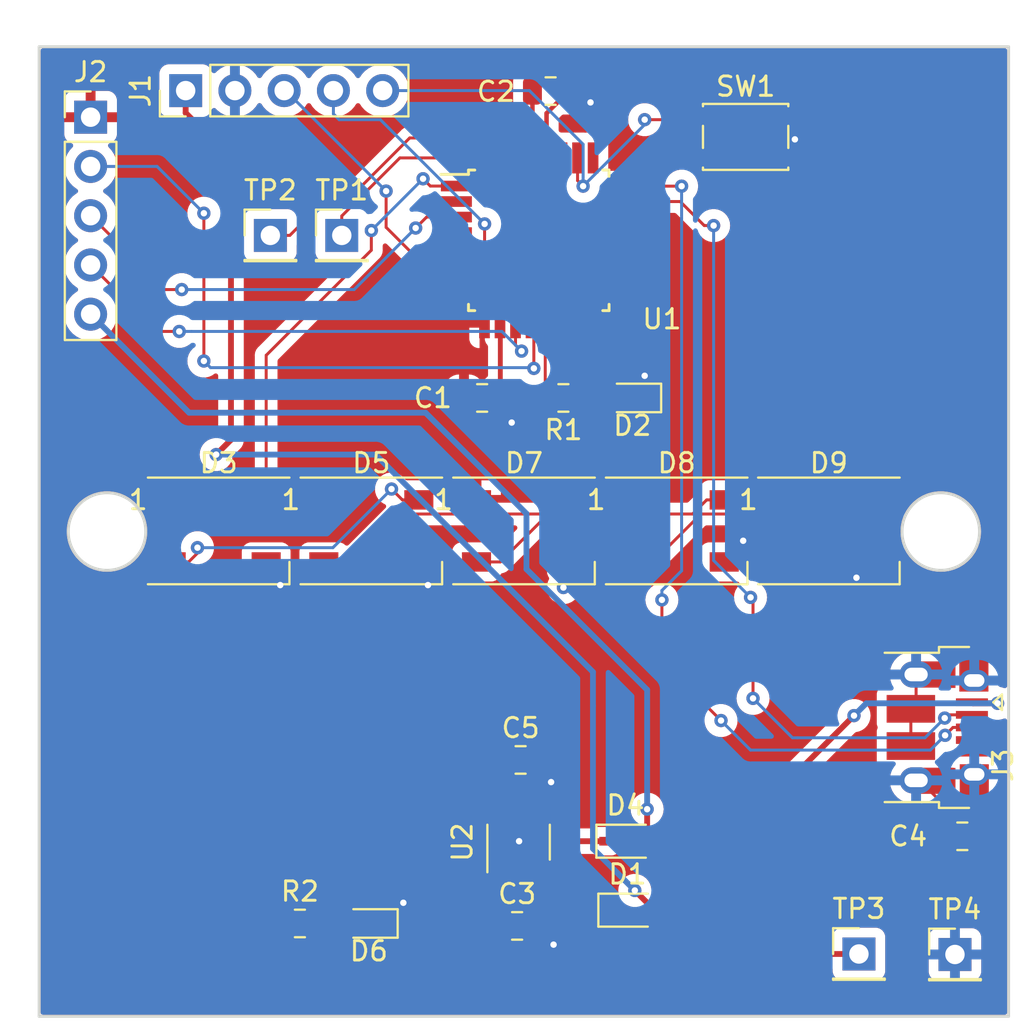
<source format=kicad_pcb>
(kicad_pcb (version 20221018) (generator pcbnew)
  (layers (0 "F.Cu" signal) (31 "B.Cu" signal) (34 "B.Paste" user) (35 "F.Paste" user) (36 "B.SilkS" user "B.Silkscreen") (37 "F.SilkS" user "F.Silkscreen") (38 "B.Mask" user) (39 "F.Mask" user) (44 "Edge.Cuts" user))
  (net 0 "")
  (net 1 "+3V3")
  (net 2 "GND")
  (net 3 "Net-(C2-Pad1)")
  (net 4 "Net-(C3-Pad1)")
  (net 5 "VBAT")
  (net 6 "Net-(D2-Pad2)")
  (net 7 "/LED")
  (net 8 "Net-(D3-Pad2)")
  (net 9 "VBUS")
  (net 10 "Net-(D5-Pad2)")
  (net 11 "Net-(D6-Pad2)")
  (net 12 "Net-(D7-Pad2)")
  (net 13 "Net-(D8-Pad2)")
  (net 14 "Net-(D9-Pad2)")
  (net 15 "/D4_A2_PAU06_TXD_MOSI")
  (net 16 "/D3_A3_PAU07_RXD_SCK")
  (net 17 "/~{RESET}")
  (net 18 "/D0_A4_PAU08_SDA")
  (net 19 "/D1_A0_PAU02")
  (net 20 "/D2_A1_PAU09_SCL_MISO")
  (net 21 "/D-")
  (net 22 "/D+")
  (net 23 "Net-(J3-Pad4)")
  (net 24 "Net-(R1-Pad2)")
  (net 25 "Net-(TP1-Pad1)")
  (net 26 "Net-(TP2-Pad1)")
  (net 27 "Net-(U1-Pad2)")
  (net 28 "Net-(U1-Pad4)")
  (net 29 "Net-(U1-Pad5)")
  (net 30 "Net-(U1-Pad6)")
  (net 31 "Net-(U1-Pad14)")
  (net 32 "Net-(U1-Pad15)")
  (net 33 "Net-(U1-Pad16)")
  (net 34 "Net-(U1-Pad17)")
  (net 35 "Net-(U1-Pad18)")
  (net 36 "Net-(U1-Pad19)")
  (net 37 "Net-(U1-Pad20)")
  (net 38 "Net-(U1-Pad21)")
  (net 39 "Net-(U1-Pad22)")
  (net 40 "Net-(U1-Pad25)")
  (net 41 "Net-(U1-Pad27)")
  (net 42 "Net-(U2-Pad4)")
  (footprint "Capacitor_SMD:C_0805_2012Metric" (layer "F.Cu") (at 172.847 118.11)
    (fp_text reference "C1" (at -2.54 0) (layer "F.SilkS"))
    (fp_text value "1uF")
    (fp_line (start -0.258578 -0.71) (end 0.258578 -0.71) (stroke (width 0.12)) (layer "F.SilkS"))
    (fp_line (start -0.258578 0.71) (end 0.258578 0.71) (stroke (width 0.12)) (layer "F.SilkS"))
    (pad "1" smd roundrect (at -0.9375 0) (size 0.975 1.4) (layers "F.Cu" "F.Paste" "F.Mask") (net 1 "+3V3"))
    (pad "2" smd roundrect (at 0.9375 0) (size 0.975 1.4) (layers "F.Cu" "F.Paste" "F.Mask") (net 2 "GND"))
  )
  (footprint "Capacitor_SMD:C_0805_2012Metric" (layer "F.Cu") (at 176.3776 102.2858)
    (fp_text reference "C2" (at -2.8194 0.0254) (layer "F.SilkS"))
    (fp_text value "1uF")
    (fp_line (start -0.258578 -0.71) (end 0.258578 -0.71) (stroke (width 0.12)) (layer "F.SilkS"))
    (fp_line (start -0.258578 0.71) (end 0.258578 0.71) (stroke (width 0.12)) (layer "F.SilkS"))
    (pad "1" smd roundrect (at -0.9375 0) (size 0.975 1.4) (layers "F.Cu" "F.Paste" "F.Mask") (net 3 "Net-(C2-Pad1)"))
    (pad "2" smd roundrect (at 0.9375 0) (size 0.975 1.4) (layers "F.Cu" "F.Paste" "F.Mask") (net 2 "GND"))
  )
  (footprint "Capacitor_SMD:C_0805_2012Metric" (layer "F.Cu") (at 174.6504 145.3388)
    (fp_text reference "C3" (at 0 -1.65) (layer "F.SilkS"))
    (fp_text value "10uF")
    (fp_line (start -0.258578 -0.71) (end 0.258578 -0.71) (stroke (width 0.12)) (layer "F.SilkS"))
    (fp_line (start -0.258578 0.71) (end 0.258578 0.71) (stroke (width 0.12)) (layer "F.SilkS"))
    (pad "1" smd roundrect (at -0.9375 0) (size 0.975 1.4) (layers "F.Cu" "F.Paste" "F.Mask") (net 4 "Net-(C3-Pad1)"))
    (pad "2" smd roundrect (at 0.9375 0) (size 0.975 1.4) (layers "F.Cu" "F.Paste" "F.Mask") (net 2 "GND"))
  )
  (footprint "Capacitor_SMD:C_0805_2012Metric" (layer "F.Cu") (at 197.612 140.716)
    (fp_text reference "C4" (at -2.794 0) (layer "F.SilkS"))
    (fp_text value "1nF")
    (fp_line (start -0.258578 -0.71) (end 0.258578 -0.71) (stroke (width 0.12)) (layer "F.SilkS"))
    (fp_line (start -0.258578 0.71) (end 0.258578 0.71) (stroke (width 0.12)) (layer "F.SilkS"))
    (pad "1" smd roundrect (at -0.9375 0) (size 0.975 1.4) (layers "F.Cu" "F.Paste" "F.Mask") (net 2 "GND"))
    (pad "2" smd roundrect (at 0.9375 0) (size 0.975 1.4) (layers "F.Cu" "F.Paste" "F.Mask") (net 2 "GND"))
  )
  (footprint "Diode_SMD:D_SOD-323" (layer "F.Cu") (at 180.34 144.526)
    (fp_text reference "D1" (at 0 -1.85) (layer "F.SilkS"))
    (fp_text value "D_Schottky")
    (fp_line (start -1.5 -0.85) (end -1.5 0.85) (stroke (width 0.12)) (layer "F.SilkS"))
    (fp_line (start -1.5 -0.85) (end 1.05 -0.85) (stroke (width 0.12)) (layer "F.SilkS"))
    (fp_line (start -1.5 0.85) (end 1.05 0.85) (stroke (width 0.12)) (layer "F.SilkS"))
    (pad "1" smd rect (at -1.05 0) (size 0.6 0.45) (layers "F.Cu" "F.Paste" "F.Mask") (net 4 "Net-(C3-Pad1)"))
    (pad "2" smd rect (at 1.05 0) (size 0.6 0.45) (layers "F.Cu" "F.Paste" "F.Mask") (net 5 "VBAT"))
  )
  (footprint "LED_SMD:LED_0603_1608Metric" (layer "F.Cu") (at 180.594 118.11 180)
    (fp_text reference "D2" (at 0 -1.43 180) (layer "F.SilkS"))
    (fp_text value "RED")
    (fp_line (start -1.485 -0.735) (end -1.485 0.735) (stroke (width 0.12)) (layer "F.SilkS"))
    (fp_line (start -1.485 0.735) (end 0.8 0.735) (stroke (width 0.12)) (layer "F.SilkS"))
    (fp_line (start 0.8 -0.735) (end -1.485 -0.735) (stroke (width 0.12)) (layer "F.SilkS"))
    (pad "1" smd roundrect (at -0.7875 0 180) (size 0.875 0.95) (layers "F.Cu" "F.Paste" "F.Mask") (net 2 "GND"))
    (pad "2" smd roundrect (at 0.7875 0 180) (size 0.875 0.95) (layers "F.Cu" "F.Paste" "F.Mask") (net 6 "Net-(D2-Pad2)"))
  )
  (footprint "LED_SMD:LED_WS2812B_PLCC4_5.0x5.0mm_P3.2mm" (layer "F.Cu") (at 159.258 124.968)
    (fp_text reference "D3" (at 0 -3.5) (layer "F.SilkS"))
    (fp_text value "WS2812B")
    (fp_text user "1" (at -4.15 -1.6) (layer "F.SilkS"))
    (fp_line (start -3.65 -2.75) (end 3.65 -2.75) (stroke (width 0.12)) (layer "F.SilkS"))
    (fp_line (start -3.65 2.75) (end 3.65 2.75) (stroke (width 0.12)) (layer "F.SilkS"))
    (fp_line (start 3.65 2.75) (end 3.65 1.6) (stroke (width 0.12)) (layer "F.SilkS"))
    (pad "1" smd rect (at -2.45 -1.6) (size 1.5 1) (layers "F.Cu" "F.Paste" "F.Mask") (net 1 "+3V3"))
    (pad "2" smd rect (at -2.45 1.6) (size 1.5 1) (layers "F.Cu" "F.Paste" "F.Mask") (net 8 "Net-(D3-Pad2)"))
    (pad "3" smd rect (at 2.45 1.6) (size 1.5 1) (layers "F.Cu" "F.Paste" "F.Mask") (net 2 "GND"))
    (pad "4" smd rect (at 2.45 -1.6) (size 1.5 1) (layers "F.Cu" "F.Paste" "F.Mask") (net 7 "/LED"))
  )
  (footprint "Diode_SMD:D_SOD-323" (layer "F.Cu") (at 180.2384 140.97)
    (fp_text reference "D4" (at 0 -1.85) (layer "F.SilkS"))
    (fp_text value "D_Schottky")
    (fp_line (start -1.5 -0.85) (end -1.5 0.85) (stroke (width 0.12)) (layer "F.SilkS"))
    (fp_line (start -1.5 -0.85) (end 1.05 -0.85) (stroke (width 0.12)) (layer "F.SilkS"))
    (fp_line (start -1.5 0.85) (end 1.05 0.85) (stroke (width 0.12)) (layer "F.SilkS"))
    (pad "1" smd rect (at -1.05 0) (size 0.6 0.45) (layers "F.Cu" "F.Paste" "F.Mask") (net 4 "Net-(C3-Pad1)"))
    (pad "2" smd rect (at 1.05 0) (size 0.6 0.45) (layers "F.Cu" "F.Paste" "F.Mask") (net 9 "VBUS"))
  )
  (footprint "LED_SMD:LED_WS2812B_PLCC4_5.0x5.0mm_P3.2mm" (layer "F.Cu") (at 167.132 124.968)
    (fp_text reference "D5" (at 0 -3.5) (layer "F.SilkS"))
    (fp_text value "WS2812B")
    (fp_text user "1" (at -4.15 -1.6) (layer "F.SilkS"))
    (fp_line (start -3.65 -2.75) (end 3.65 -2.75) (stroke (width 0.12)) (layer "F.SilkS"))
    (fp_line (start -3.65 2.75) (end 3.65 2.75) (stroke (width 0.12)) (layer "F.SilkS"))
    (fp_line (start 3.65 2.75) (end 3.65 1.6) (stroke (width 0.12)) (layer "F.SilkS"))
    (pad "1" smd rect (at -2.45 -1.6) (size 1.5 1) (layers "F.Cu" "F.Paste" "F.Mask") (net 1 "+3V3"))
    (pad "2" smd rect (at -2.45 1.6) (size 1.5 1) (layers "F.Cu" "F.Paste" "F.Mask") (net 10 "Net-(D5-Pad2)"))
    (pad "3" smd rect (at 2.45 1.6) (size 1.5 1) (layers "F.Cu" "F.Paste" "F.Mask") (net 2 "GND"))
    (pad "4" smd rect (at 2.45 -1.6) (size 1.5 1) (layers "F.Cu" "F.Paste" "F.Mask") (net 8 "Net-(D3-Pad2)"))
  )
  (footprint "LED_SMD:LED_0603_1608Metric" (layer "F.Cu") (at 167.005 145.2118 180)
    (fp_text reference "D6" (at 0 -1.43 180) (layer "F.SilkS"))
    (fp_text value "GREEN")
    (fp_line (start -1.485 -0.735) (end -1.485 0.735) (stroke (width 0.12)) (layer "F.SilkS"))
    (fp_line (start -1.485 0.735) (end 0.8 0.735) (stroke (width 0.12)) (layer "F.SilkS"))
    (fp_line (start 0.8 -0.735) (end -1.485 -0.735) (stroke (width 0.12)) (layer "F.SilkS"))
    (pad "1" smd roundrect (at -0.7875 0 180) (size 0.875 0.95) (layers "F.Cu" "F.Paste" "F.Mask") (net 2 "GND"))
    (pad "2" smd roundrect (at 0.7875 0 180) (size 0.875 0.95) (layers "F.Cu" "F.Paste" "F.Mask") (net 11 "Net-(D6-Pad2)"))
  )
  (footprint "LED_SMD:LED_WS2812B_PLCC4_5.0x5.0mm_P3.2mm" (layer "F.Cu") (at 175.006 124.968)
    (fp_text reference "D7" (at 0 -3.5) (layer "F.SilkS"))
    (fp_text value "WS2812B")
    (fp_text user "1" (at -4.15 -1.6) (layer "F.SilkS"))
    (fp_line (start -3.65 -2.75) (end 3.65 -2.75) (stroke (width 0.12)) (layer "F.SilkS"))
    (fp_line (start -3.65 2.75) (end 3.65 2.75) (stroke (width 0.12)) (layer "F.SilkS"))
    (fp_line (start 3.65 2.75) (end 3.65 1.6) (stroke (width 0.12)) (layer "F.SilkS"))
    (pad "1" smd rect (at -2.45 -1.6) (size 1.5 1) (layers "F.Cu" "F.Paste" "F.Mask") (net 1 "+3V3"))
    (pad "2" smd rect (at -2.45 1.6) (size 1.5 1) (layers "F.Cu" "F.Paste" "F.Mask") (net 12 "Net-(D7-Pad2)"))
    (pad "3" smd rect (at 2.45 1.6) (size 1.5 1) (layers "F.Cu" "F.Paste" "F.Mask") (net 2 "GND"))
    (pad "4" smd rect (at 2.45 -1.6) (size 1.5 1) (layers "F.Cu" "F.Paste" "F.Mask") (net 10 "Net-(D5-Pad2)"))
  )
  (footprint "LED_SMD:LED_WS2812B_PLCC4_5.0x5.0mm_P3.2mm" (layer "F.Cu") (at 182.88 124.968)
    (fp_text reference "D8" (at 0 -3.5) (layer "F.SilkS"))
    (fp_text value "WS2812B")
    (fp_text user "1" (at -4.15 -1.6) (layer "F.SilkS"))
    (fp_line (start -3.65 -2.75) (end 3.65 -2.75) (stroke (width 0.12)) (layer "F.SilkS"))
    (fp_line (start -3.65 2.75) (end 3.65 2.75) (stroke (width 0.12)) (layer "F.SilkS"))
    (fp_line (start 3.65 2.75) (end 3.65 1.6) (stroke (width 0.12)) (layer "F.SilkS"))
    (pad "1" smd rect (at -2.45 -1.6) (size 1.5 1) (layers "F.Cu" "F.Paste" "F.Mask") (net 1 "+3V3"))
    (pad "2" smd rect (at -2.45 1.6) (size 1.5 1) (layers "F.Cu" "F.Paste" "F.Mask") (net 13 "Net-(D8-Pad2)"))
    (pad "3" smd rect (at 2.45 1.6) (size 1.5 1) (layers "F.Cu" "F.Paste" "F.Mask") (net 2 "GND"))
    (pad "4" smd rect (at 2.45 -1.6) (size 1.5 1) (layers "F.Cu" "F.Paste" "F.Mask") (net 12 "Net-(D7-Pad2)"))
  )
  (footprint "LED_SMD:LED_WS2812B_PLCC4_5.0x5.0mm_P3.2mm" (layer "F.Cu") (at 190.7286 124.968)
    (fp_text reference "D9" (at 0 -3.5) (layer "F.SilkS"))
    (fp_text value "WS2812B")
    (fp_text user "1" (at -4.15 -1.6) (layer "F.SilkS"))
    (fp_line (start -3.65 -2.75) (end 3.65 -2.75) (stroke (width 0.12)) (layer "F.SilkS"))
    (fp_line (start -3.65 2.75) (end 3.65 2.75) (stroke (width 0.12)) (layer "F.SilkS"))
    (fp_line (start 3.65 2.75) (end 3.65 1.6) (stroke (width 0.12)) (layer "F.SilkS"))
    (pad "1" smd rect (at -2.45 -1.6) (size 1.5 1) (layers "F.Cu" "F.Paste" "F.Mask") (net 1 "+3V3"))
    (pad "2" smd rect (at -2.45 1.6) (size 1.5 1) (layers "F.Cu" "F.Paste" "F.Mask") (net 14 "Net-(D9-Pad2)"))
    (pad "3" smd rect (at 2.45 1.6) (size 1.5 1) (layers "F.Cu" "F.Paste" "F.Mask") (net 2 "GND"))
    (pad "4" smd rect (at 2.45 -1.6) (size 1.5 1) (layers "F.Cu" "F.Paste" "F.Mask") (net 13 "Net-(D8-Pad2)"))
  )
  (footprint "Connector_PinHeader_2.54mm:PinHeader_1x05_P2.54mm_Vertical" (layer "F.Cu") (at 157.5562 102.2604 90)
    (fp_text reference "J1" (at 0 -2.33 90) (layer "F.SilkS"))
    (fp_text value "Conn_01x05")
    (fp_line (start -1.33 -1.33) (end 0 -1.33) (stroke (width 0.12)) (layer "F.SilkS"))
    (fp_line (start -1.33 0) (end -1.33 -1.33) (stroke (width 0.12)) (layer "F.SilkS"))
    (fp_line (start -1.33 1.27) (end -1.33 11.49) (stroke (width 0.12)) (layer "F.SilkS"))
    (fp_line (start -1.33 1.27) (end 1.33 1.27) (stroke (width 0.12)) (layer "F.SilkS"))
    (fp_line (start -1.33 11.49) (end 1.33 11.49) (stroke (width 0.12)) (layer "F.SilkS"))
    (fp_line (start 1.33 1.27) (end 1.33 11.49) (stroke (width 0.12)) (layer "F.SilkS"))
    (pad "1" thru_hole rect (at 0 0 90) (size 1.7 1.7) (drill 1) (layers "*.Cu" "*.Mask") (net 5 "VBAT"))
    (pad "2" thru_hole oval (at 0 2.54 90) (size 1.7 1.7) (drill 1) (layers "*.Cu" "*.Mask") (net 2 "GND"))
    (pad "3" thru_hole oval (at 0 5.08 90) (size 1.7 1.7) (drill 1) (layers "*.Cu" "*.Mask") (net 15 "/D4_A2_PAU06_TXD_MOSI"))
    (pad "4" thru_hole oval (at 0 7.62 90) (size 1.7 1.7) (drill 1) (layers "*.Cu" "*.Mask") (net 16 "/D3_A3_PAU07_RXD_SCK"))
    (pad "5" thru_hole oval (at 0 10.16 90) (size 1.7 1.7) (drill 1) (layers "*.Cu" "*.Mask") (net 17 "/~{RESET}"))
  )
  (footprint "Connector_PinHeader_2.54mm:PinHeader_1x05_P2.54mm_Vertical" (layer "F.Cu") (at 152.654 103.632)
    (fp_text reference "J2" (at 0 -2.33) (layer "F.SilkS"))
    (fp_text value "Conn_01x05")
    (fp_line (start -1.33 -1.33) (end 0 -1.33) (stroke (width 0.12)) (layer "F.SilkS"))
    (fp_line (start -1.33 0) (end -1.33 -1.33) (stroke (width 0.12)) (layer "F.SilkS"))
    (fp_line (start -1.33 1.27) (end -1.33 11.49) (stroke (width 0.12)) (layer "F.SilkS"))
    (fp_line (start -1.33 1.27) (end 1.33 1.27) (stroke (width 0.12)) (layer "F.SilkS"))
    (fp_line (start -1.33 11.49) (end 1.33 11.49) (stroke (width 0.12)) (layer "F.SilkS"))
    (fp_line (start 1.33 1.27) (end 1.33 11.49) (stroke (width 0.12)) (layer "F.SilkS"))
    (pad "1" thru_hole rect (at 0 0) (size 1.7 1.7) (drill 1) (layers "*.Cu" "*.Mask") (net 1 "+3V3"))
    (pad "2" thru_hole oval (at 0 2.54) (size 1.7 1.7) (drill 1) (layers "*.Cu" "*.Mask") (net 20 "/D2_A1_PAU09_SCL_MISO"))
    (pad "3" thru_hole oval (at 0 5.08) (size 1.7 1.7) (drill 1) (layers "*.Cu" "*.Mask") (net 19 "/D1_A0_PAU02"))
    (pad "4" thru_hole oval (at 0 7.62) (size 1.7 1.7) (drill 1) (layers "*.Cu" "*.Mask") (net 18 "/D0_A4_PAU08_SDA"))
    (pad "5" thru_hole oval (at 0 10.16) (size 1.7 1.7) (drill 1) (layers "*.Cu" "*.Mask") (net 9 "VBUS"))
  )
  (footprint "Connector_USB:USB_Micro-B_Amphenol_10103594-0001LF_Horizontal" (layer "F.Cu") (at 196.342 135.128 -90)
    (fp_text reference "J3" (at 1.925 -3.365 270) (layer "F.SilkS"))
    (fp_text value "USB_B_Micro")
    (fp_line (start -4.175 -0.065) (end -4.175 -1.615) (stroke (width 0.12)) (layer "F.SilkS"))
    (fp_line (start -4.175 -0.065) (end -3.875 -0.065) (stroke (width 0.12)) (layer "F.SilkS"))
    (fp_line (start -3.875 2.735) (end -3.875 -0.065) (stroke (width 0.12)) (layer "F.SilkS"))
    (fp_line (start -1.725 -3.315) (end -0.925 -3.315) (stroke (width 0.12)) (layer "F.SilkS"))
    (fp_line (start -1.325 -2.865) (end -1.725 -3.315) (stroke (width 0.12)) (layer "F.SilkS"))
    (fp_line (start -0.925 -3.315) (end -1.325 -2.865) (stroke (width 0.12)) (layer "F.SilkS"))
    (fp_line (start 3.825 -0.065) (end 4.125 -0.065) (stroke (width 0.12)) (layer "F.SilkS"))
    (fp_line (start 3.825 2.735) (end 3.825 -0.065) (stroke (width 0.12)) (layer "F.SilkS"))
    (fp_line (start 4.125 -0.065) (end 4.125 -1.615) (stroke (width 0.12)) (layer "F.SilkS"))
    (pad "1" smd rect (at -1.325 -1.765) (size 1.65 0.4) (layers "F.Cu" "F.Paste" "F.Mask") (net 9 "VBUS"))
    (pad "2" smd rect (at -0.675 -1.765) (size 1.65 0.4) (layers "F.Cu" "F.Paste" "F.Mask") (net 21 "/D-"))
    (pad "3" smd rect (at -0.025 -1.765) (size 1.65 0.4) (layers "F.Cu" "F.Paste" "F.Mask") (net 22 "/D+"))
    (pad "4" smd rect (at 0.625 -1.765) (size 1.65 0.4) (layers "F.Cu" "F.Paste" "F.Mask") (net 23 "Net-(J3-Pad4)"))
    (pad "5" smd rect (at 1.275 -1.765) (size 1.65 0.4) (layers "F.Cu" "F.Paste" "F.Mask") (net 2 "GND"))
    (pad "6" smd rect (at -2.975 -0.565 270) (size 1.825 0.7) (layers "F.Cu" "F.Paste" "F.Mask") (net 2 "GND"))
    (pad "6" smd rect (at -2.875 -1.865 270) (size 2 1.5) (layers "F.Cu" "F.Paste" "F.Mask") (net 2 "GND"))
    (pad "6" smd rect (at -2.755 0.185 270) (size 1.35 2) (layers "F.Cu" "F.Paste" "F.Mask") (net 2 "GND"))
    (pad "6" thru_hole oval (at -2.755 1.115) (size 1.7 1.35) (drill oval 1.2 0.7) (layers "*.Cu" "*.Mask") (net 2 "GND"))
    (pad "6" thru_hole oval (at -2.445 -1.885) (size 1.5 1.1) (drill oval 1.05 0.65) (layers "*.Cu" "*.Mask") (net 2 "GND"))
    (pad "6" smd rect (at -0.985 1.385) (size 2.5 1.43) (layers "F.Cu" "F.Paste" "F.Mask") (net 2 "GND"))
    (pad "6" smd rect (at 0.935 1.385) (size 2.5 1.43) (layers "F.Cu" "F.Paste" "F.Mask") (net 2 "GND"))
    (pad "6" thru_hole oval (at 2.395 -1.885) (size 1.5 1.1) (drill oval 1.05 0.65) (layers "*.Cu" "*.Mask") (net 2 "GND"))
    (pad "6" thru_hole oval (at 2.705 1.115) (size 1.7 1.35) (drill oval 1.2 0.7) (layers "*.Cu" "*.Mask") (net 2 "GND"))
    (pad "6" smd rect (at 2.725 0.185 270) (size 1.35 2) (layers "F.Cu" "F.Paste" "F.Mask") (net 2 "GND"))
    (pad "6" smd rect (at 2.875 -1.885 270) (size 2 1.5) (layers "F.Cu" "F.Paste" "F.Mask") (net 2 "GND"))
    (pad "6" smd rect (at 2.975 -0.565 270) (size 1.825 0.7) (layers "F.Cu" "F.Paste" "F.Mask") (net 2 "GND"))
  )
  (footprint "Resistor_SMD:R_0805_2012Metric" (layer "F.Cu") (at 177.038 118.11 180)
    (fp_text reference "R1" (at 0 -1.65 180) (layer "F.SilkS"))
    (fp_text value "1.5K")
    (fp_line (start -0.258578 -0.71) (end 0.258578 -0.71) (stroke (width 0.12)) (layer "F.SilkS"))
    (fp_line (start -0.258578 0.71) (end 0.258578 0.71) (stroke (width 0.12)) (layer "F.SilkS"))
    (pad "1" smd roundrect (at -0.9375 0 180) (size 0.975 1.4) (layers "F.Cu" "F.Paste" "F.Mask") (net 6 "Net-(D2-Pad2)"))
    (pad "2" smd roundrect (at 0.9375 0 180) (size 0.975 1.4) (layers "F.Cu" "F.Paste" "F.Mask") (net 24 "Net-(R1-Pad2)"))
  )
  (footprint "Connector_PinHeader_2.54mm:PinHeader_1x01_P2.54mm_Vertical" (layer "F.Cu") (at 165.608 109.728)
    (fp_text reference "TP1" (at 0 -2.33) (layer "F.SilkS"))
    (fp_text value "SWD")
    (fp_line (start -1.33 -1.33) (end 0 -1.33) (stroke (width 0.12)) (layer "F.SilkS"))
    (fp_line (start -1.33 0) (end -1.33 -1.33) (stroke (width 0.12)) (layer "F.SilkS"))
    (fp_line (start -1.33 1.27) (end -1.33 1.33) (stroke (width 0.12)) (layer "F.SilkS"))
    (fp_line (start -1.33 1.27) (end 1.33 1.27) (stroke (width 0.12)) (layer "F.SilkS"))
    (fp_line (start -1.33 1.33) (end 1.33 1.33) (stroke (width 0.12)) (layer "F.SilkS"))
    (fp_line (start 1.33 1.27) (end 1.33 1.33) (stroke (width 0.12)) (layer "F.SilkS"))
    (pad "1" thru_hole rect (at 0 0) (size 1.7 1.7) (drill 1) (layers "*.Cu" "*.Mask") (net 25 "Net-(TP1-Pad1)"))
  )
  (footprint "Connector_PinHeader_2.54mm:PinHeader_1x01_P2.54mm_Vertical" (layer "F.Cu") (at 161.925 109.728)
    (fp_text reference "TP2" (at 0 -2.33) (layer "F.SilkS"))
    (fp_text value "SWC")
    (fp_line (start -1.33 -1.33) (end 0 -1.33) (stroke (width 0.12)) (layer "F.SilkS"))
    (fp_line (start -1.33 0) (end -1.33 -1.33) (stroke (width 0.12)) (layer "F.SilkS"))
    (fp_line (start -1.33 1.27) (end -1.33 1.33) (stroke (width 0.12)) (layer "F.SilkS"))
    (fp_line (start -1.33 1.27) (end 1.33 1.27) (stroke (width 0.12)) (layer "F.SilkS"))
    (fp_line (start -1.33 1.33) (end 1.33 1.33) (stroke (width 0.12)) (layer "F.SilkS"))
    (fp_line (start 1.33 1.27) (end 1.33 1.33) (stroke (width 0.12)) (layer "F.SilkS"))
    (pad "1" thru_hole rect (at 0 0) (size 1.7 1.7) (drill 1) (layers "*.Cu" "*.Mask") (net 26 "Net-(TP2-Pad1)"))
  )
  (footprint "Connector_PinHeader_2.54mm:PinHeader_1x01_P2.54mm_Vertical" (layer "F.Cu") (at 192.278 146.7866)
    (fp_text reference "TP3" (at 0 -2.33) (layer "F.SilkS"))
    (fp_text value "Battery")
    (fp_line (start -1.33 -1.33) (end 0 -1.33) (stroke (width 0.12)) (layer "F.SilkS"))
    (fp_line (start -1.33 0) (end -1.33 -1.33) (stroke (width 0.12)) (layer "F.SilkS"))
    (fp_line (start -1.33 1.27) (end -1.33 1.33) (stroke (width 0.12)) (layer "F.SilkS"))
    (fp_line (start -1.33 1.27) (end 1.33 1.27) (stroke (width 0.12)) (layer "F.SilkS"))
    (fp_line (start -1.33 1.33) (end 1.33 1.33) (stroke (width 0.12)) (layer "F.SilkS"))
    (fp_line (start 1.33 1.27) (end 1.33 1.33) (stroke (width 0.12)) (layer "F.SilkS"))
    (pad "1" thru_hole rect (at 0 0) (size 1.7 1.7) (drill 1) (layers "*.Cu" "*.Mask") (net 5 "VBAT"))
  )
  (footprint "Connector_PinHeader_2.54mm:PinHeader_1x01_P2.54mm_Vertical" (layer "F.Cu") (at 197.231 146.812)
    (fp_text reference "TP4" (at 0 -2.33) (layer "F.SilkS"))
    (fp_text value "Ground")
    (fp_line (start -1.33 -1.33) (end 0 -1.33) (stroke (width 0.12)) (layer "F.SilkS"))
    (fp_line (start -1.33 0) (end -1.33 -1.33) (stroke (width 0.12)) (layer "F.SilkS"))
    (fp_line (start -1.33 1.27) (end -1.33 1.33) (stroke (width 0.12)) (layer "F.SilkS"))
    (fp_line (start -1.33 1.27) (end 1.33 1.27) (stroke (width 0.12)) (layer "F.SilkS"))
    (fp_line (start -1.33 1.33) (end 1.33 1.33) (stroke (width 0.12)) (layer "F.SilkS"))
    (fp_line (start 1.33 1.27) (end 1.33 1.33) (stroke (width 0.12)) (layer "F.SilkS"))
    (pad "1" thru_hole rect (at 0 0) (size 1.7 1.7) (drill 1) (layers "*.Cu" "*.Mask") (net 2 "GND"))
  )
  (footprint "Package_QFP:TQFP-32_7x7mm_P0.8mm" (layer "F.Cu") (at 175.768 109.982)
    (fp_text reference "U1" (at 6.35 4.064) (layer "F.SilkS"))
    (fp_text value "ATSAMD21E18A-AUT")
    (fp_line (start -3.625 -3.625) (end -3.625 -3.4) (stroke (width 0.15)) (layer "F.SilkS"))
    (fp_line (start -3.625 -3.625) (end -3.3 -3.625) (stroke (width 0.15)) (layer "F.SilkS"))
    (fp_line (start -3.625 -3.4) (end -5.05 -3.4) (stroke (width 0.15)) (layer "F.SilkS"))
    (fp_line (start -3.625 3.625) (end -3.625 3.3) (stroke (width 0.15)) (layer "F.SilkS"))
    (fp_line (start -3.625 3.625) (end -3.3 3.625) (stroke (width 0.15)) (layer "F.SilkS"))
    (fp_line (start 3.625 -3.625) (end 3.3 -3.625) (stroke (width 0.15)) (layer "F.SilkS"))
    (fp_line (start 3.625 -3.625) (end 3.625 -3.3) (stroke (width 0.15)) (layer "F.SilkS"))
    (fp_line (start 3.625 3.625) (end 3.3 3.625) (stroke (width 0.15)) (layer "F.SilkS"))
    (fp_line (start 3.625 3.625) (end 3.625 3.3) (stroke (width 0.15)) (layer "F.SilkS"))
    (pad "1" smd rect (at -4.25 -2.8) (size 1.6 0.55) (layers "F.Cu" "F.Paste" "F.Mask") (net 7 "/LED"))
    (pad "2" smd rect (at -4.25 -2) (size 1.6 0.55) (layers "F.Cu" "F.Paste" "F.Mask") (net 27 "Net-(U1-Pad2)"))
    (pad "3" smd rect (at -4.25 -1.2) (size 1.6 0.55) (layers "F.Cu" "F.Paste" "F.Mask") (net 19 "/D1_A0_PAU02"))
    (pad "4" smd rect (at -4.25 -0.4) (size 1.6 0.55) (layers "F.Cu" "F.Paste" "F.Mask") (net 28 "Net-(U1-Pad4)"))
    (pad "5" smd rect (at -4.25 0.4) (size 1.6 0.55) (layers "F.Cu" "F.Paste" "F.Mask") (net 29 "Net-(U1-Pad5)"))
    (pad "6" smd rect (at -4.25 1.2) (size 1.6 0.55) (layers "F.Cu" "F.Paste" "F.Mask") (net 30 "Net-(U1-Pad6)"))
    (pad "7" smd rect (at -4.25 2) (size 1.6 0.55) (layers "F.Cu" "F.Paste" "F.Mask") (net 15 "/D4_A2_PAU06_TXD_MOSI"))
    (pad "8" smd rect (at -4.25 2.8) (size 1.6 0.55) (layers "F.Cu" "F.Paste" "F.Mask") (net 16 "/D3_A3_PAU07_RXD_SCK"))
    (pad "9" smd rect (at -2.8 4.25 90) (size 1.6 0.55) (layers "F.Cu" "F.Paste" "F.Mask") (net 1 "+3V3"))
    (pad "10" smd rect (at -2 4.25 90) (size 1.6 0.55) (layers "F.Cu" "F.Paste" "F.Mask") (net 2 "GND"))
    (pad "11" smd rect (at -1.2 4.25 90) (size 1.6 0.55) (layers "F.Cu" "F.Paste" "F.Mask") (net 18 "/D0_A4_PAU08_SDA"))
    (pad "12" smd rect (at -0.4 4.25 90) (size 1.6 0.55) (layers "F.Cu" "F.Paste" "F.Mask") (net 20 "/D2_A1_PAU09_SCL_MISO"))
    (pad "13" smd rect (at 0.4 4.25 90) (size 1.6 0.55) (layers "F.Cu" "F.Paste" "F.Mask") (net 24 "Net-(R1-Pad2)"))
    (pad "14" smd rect (at 1.2 4.25 90) (size 1.6 0.55) (layers "F.Cu" "F.Paste" "F.Mask") (net 31 "Net-(U1-Pad14)"))
    (pad "15" smd rect (at 2 4.25 90) (size 1.6 0.55) (layers "F.Cu" "F.Paste" "F.Mask") (net 32 "Net-(U1-Pad15)"))
    (pad "16" smd rect (at 2.8 4.25 90) (size 1.6 0.55) (layers "F.Cu" "F.Paste" "F.Mask") (net 33 "Net-(U1-Pad16)"))
    (pad "17" smd rect (at 4.25 2.8) (size 1.6 0.55) (layers "F.Cu" "F.Paste" "F.Mask") (net 34 "Net-(U1-Pad17)"))
    (pad "18" smd rect (at 4.25 2) (size 1.6 0.55) (layers "F.Cu" "F.Paste" "F.Mask") (net 35 "Net-(U1-Pad18)"))
    (pad "19" smd rect (at 4.25 1.2) (size 1.6 0.55) (layers "F.Cu" "F.Paste" "F.Mask") (net 36 "Net-(U1-Pad19)"))
    (pad "20" smd rect (at 4.25 0.4) (size 1.6 0.55) (layers "F.Cu" "F.Paste" "F.Mask") (net 37 "Net-(U1-Pad20)"))
    (pad "21" smd rect (at 4.25 -0.4) (size 1.6 0.55) (layers "F.Cu" "F.Paste" "F.Mask") (net 38 "Net-(U1-Pad21)"))
    (pad "22" smd rect (at 4.25 -1.2) (size 1.6 0.55) (layers "F.Cu" "F.Paste" "F.Mask") (net 39 "Net-(U1-Pad22)"))
    (pad "23" smd rect (at 4.25 -2) (size 1.6 0.55) (layers "F.Cu" "F.Paste" "F.Mask") (net 21 "/D-"))
    (pad "24" smd rect (at 4.25 -2.8) (size 1.6 0.55) (layers "F.Cu" "F.Paste" "F.Mask") (net 22 "/D+"))
    (pad "25" smd rect (at 2.8 -4.25 90) (size 1.6 0.55) (layers "F.Cu" "F.Paste" "F.Mask") (net 40 "Net-(U1-Pad25)"))
    (pad "26" smd rect (at 2 -4.25 90) (size 1.6 0.55) (layers "F.Cu" "F.Paste" "F.Mask") (net 17 "/~{RESET}"))
    (pad "27" smd rect (at 1.2 -4.25 90) (size 1.6 0.55) (layers "F.Cu" "F.Paste" "F.Mask") (net 41 "Net-(U1-Pad27)"))
    (pad "28" smd rect (at 0.4 -4.25 90) (size 1.6 0.55) (layers "F.Cu" "F.Paste" "F.Mask") (net 2 "GND"))
    (pad "29" smd rect (at -0.4 -4.25 90) (size 1.6 0.55) (layers "F.Cu" "F.Paste" "F.Mask") (net 3 "Net-(C2-Pad1)"))
    (pad "30" smd rect (at -1.2 -4.25 90) (size 1.6 0.55) (layers "F.Cu" "F.Paste" "F.Mask") (net 1 "+3V3"))
    (pad "31" smd rect (at -2 -4.25 90) (size 1.6 0.55) (layers "F.Cu" "F.Paste" "F.Mask") (net 26 "Net-(TP2-Pad1)"))
    (pad "32" smd rect (at -2.8 -4.25 90) (size 1.6 0.55) (layers "F.Cu" "F.Paste" "F.Mask") (net 25 "Net-(TP1-Pad1)"))
  )
  (footprint "Package_TO_SOT_SMD:SOT-23-5" (layer "F.Cu") (at 174.7266 141.0208 90)
    (fp_text reference "U2" (at 0 -2.9 90) (layer "F.SilkS"))
    (fp_text value "AP2112K-3.3")
    (fp_line (start -0.9 1.61) (end 0.9 1.61) (stroke (width 0.12)) (layer "F.SilkS"))
    (fp_line (start 0.9 -1.61) (end -1.55 -1.61) (stroke (width 0.12)) (layer "F.SilkS"))
    (pad "1" smd rect (at -1.1 -0.95 90) (size 1.06 0.65) (layers "F.Cu" "F.Paste" "F.Mask") (net 4 "Net-(C3-Pad1)"))
    (pad "2" smd rect (at -1.1 0 90) (size 1.06 0.65) (layers "F.Cu" "F.Paste" "F.Mask") (net 2 "GND"))
    (pad "3" smd rect (at -1.1 0.95 90) (size 1.06 0.65) (layers "F.Cu" "F.Paste" "F.Mask") (net 4 "Net-(C3-Pad1)"))
    (pad "4" smd rect (at 1.1 0.95 90) (size 1.06 0.65) (layers "F.Cu" "F.Paste" "F.Mask") (net 42 "Net-(U2-Pad4)"))
    (pad "5" smd rect (at 1.1 -0.95 90) (size 1.06 0.65) (layers "F.Cu" "F.Paste" "F.Mask") (net 1 "+3V3"))
  )
  (footprint "Button_Switch_SMD:SW_SPST_PTS810" (layer "F.Cu") (at 186.436 104.648)
    (fp_text reference "SW1" (at 0 -2.6) (layer "F.SilkS"))
    (fp_text value "PTS810")
    (fp_line (start -2.2 -1.7) (end -2.2 -1.58) (stroke (width 0.12)) (layer "F.SilkS"))
    (fp_line (start -2.2 -0.57) (end -2.2 0.57) (stroke (width 0.12)) (layer "F.SilkS"))
    (fp_line (start -2.2 1.58) (end -2.2 1.7) (stroke (width 0.12)) (layer "F.SilkS"))
    (fp_line (start -2.2 1.7) (end 2.2 1.7) (stroke (width 0.12)) (layer "F.SilkS"))
    (fp_line (start 2.2 -1.7) (end -2.2 -1.7) (stroke (width 0.12)) (layer "F.SilkS"))
    (fp_line (start 2.2 -1.58) (end 2.2 -1.7) (stroke (width 0.12)) (layer "F.SilkS"))
    (fp_line (start 2.2 0.57) (end 2.2 -0.57) (stroke (width 0.12)) (layer "F.SilkS"))
    (fp_line (start 2.2 1.7) (end 2.2 1.58) (stroke (width 0.12)) (layer "F.SilkS"))
    (pad "1" smd rect (at -2.075 -1.075) (size 1.05 0.65) (layers "F.Cu" "F.Paste" "F.Mask") (net 17 "/~{RESET}"))
    (pad "1" smd rect (at 2.075 -1.075) (size 1.05 0.65) (layers "F.Cu" "F.Paste" "F.Mask") (net 17 "/~{RESET}"))
    (pad "2" smd rect (at -2.075 1.075) (size 1.05 0.65) (layers "F.Cu" "F.Paste" "F.Mask") (net 2 "GND"))
    (pad "2" smd rect (at 2.075 1.075) (size 1.05 0.65) (layers "F.Cu" "F.Paste" "F.Mask") (net 2 "GND"))
  )
  (footprint "Resistor_SMD:R_0805_2012Metric" (layer "F.Cu") (at 163.449 145.2118)
    (fp_text reference "R2" (at 0 -1.65) (layer "F.SilkS"))
    (fp_text value "10K")
    (fp_line (start -0.258578 -0.71) (end 0.258578 -0.71) (stroke (width 0.12)) (layer "F.SilkS"))
    (fp_line (start -0.258578 0.71) (end 0.258578 0.71) (stroke (width 0.12)) (layer "F.SilkS"))
    (pad "1" smd roundrect (at -0.9375 0) (size 0.975 1.4) (layers "F.Cu" "F.Paste" "F.Mask") (net 1 "+3V3"))
    (pad "2" smd roundrect (at 0.9375 0) (size 0.975 1.4) (layers "F.Cu" "F.Paste" "F.Mask") (net 11 "Net-(D6-Pad2)"))
  )
  (footprint "Capacitor_SMD:C_0805_2012Metric" (layer "F.Cu") (at 174.8305 136.779)
    (fp_text reference "C5" (at 0 -1.65) (layer "F.SilkS"))
    (fp_text value "10uF")
    (fp_line (start -0.258578 -0.71) (end 0.258578 -0.71) (stroke (width 0.12)) (layer "F.SilkS"))
    (fp_line (start -0.258578 0.71) (end 0.258578 0.71) (stroke (width 0.12)) (layer "F.SilkS"))
    (pad "1" smd roundrect (at -0.9375 0) (size 0.975 1.4) (layers "F.Cu" "F.Paste" "F.Mask") (net 1 "+3V3"))
    (pad "2" smd roundrect (at 0.9375 0) (size 0.975 1.4) (layers "F.Cu" "F.Paste" "F.Mask") (net 2 "GND"))
  )
  (gr_circle (center 196.5 125) (end 198.5 125) (stroke (width 0.15)) (fill none) (layer "Edge.Cuts"))
  (gr_circle (center 153.5 125) (end 155.5 125) (stroke (width 0.15)) (fill none) (layer "Edge.Cuts"))
  (gr_line (start 200 150) (end 150 150) (stroke (width 0.15)) (layer "Edge.Cuts"))
  (gr_line (start 150 100) (end 150 150) (stroke (width 0.15)) (layer "Edge.Cuts"))
  (gr_line (start 150 100) (end 200 100) (stroke (width 0.15)) (layer "Edge.Cuts"))
  (gr_line (start 200 100) (end 200 150) (stroke (width 0.15)) (layer "Edge.Cuts"))
  (segment (start 174.568 105.732) (end 174.568 104.337) (width 0.3) (layer "F.Cu") (net 1))
  (segment (start 174.568 104.337) (end 173.482 103.251) (width 0.3) (layer "F.Cu") (net 1))
  (segment (start 167.7925 145.1355) (end 168.783 144.145) (width 0.1524) (layer "F.Cu") (net 2))
  (segment (start 173.7845 118.11) (end 173.7845 114.2485) (width 0.25) (layer "F.Cu") (net 2))
  (segment (start 174.7266 140.9954) (end 174.752 140.97) (width 0.1524) (layer "F.Cu") (net 2))
  (segment (start 198.5495 140.716) (end 198.5495 137.8455) (width 0.1524) (layer "F.Cu") (net 2))
  (segment (start 174.7266 142.1208) (end 174.7266 140.9954) (width 0.1524) (layer "F.Cu") (net 2))
  (segment (start 196.6745 139.1055) (end 195.402 137.833) (width 0.1524) (layer "F.Cu") (net 2))
  (segment (start 175.768 137.287) (end 176.403 137.922) (width 0.1524) (layer "F.Cu") (net 2))
  (segment (start 196.6745 140.716) (end 196.6745 139.1055) (width 0.1524) (layer "F.Cu") (net 2))
  (segment (start 195.402 137.833) (end 195.227 137.833) (width 0.1524) (layer "F.Cu") (net 2))
  (segment (start 198.107 137.403) (end 198.227 137.523) (width 0.1524) (layer "F.Cu") (net 2))
  (segment (start 193.1786 126.568) (end 192.964 126.568) (width 0.1524) (layer "F.Cu") (net 2))
  (segment (start 161.708 127.2204) (end 162.2496 127.762) (width 0.1524) (layer "F.Cu") (net 2))
  (segment (start 192.964 126.568) (end 192.151 127.381) (width 0.1524) (layer "F.Cu") (net 2))
  (segment (start 173.7845 118.11) (end 173.7845 118.7935) (width 0.3) (layer "F.Cu") (net 2))
  (segment (start 167.7925 145.2118) (end 167.7925 145.1355) (width 0.1524) (layer "F.Cu") (net 2))
  (segment (start 195.227 133.873) (end 194.957 134.143) (width 0.1524) (layer "F.Cu") (net 2))
  (segment (start 186.309 125.839) (end 186.309 125.476) (width 0.1524) (layer "F.Cu") (net 2))
  (segment (start 162.2496 127.762) (end 162.433 127.762) (width 0.1524) (layer "F.Cu") (net 2))
  (segment (start 177.8508 102.2858) (end 178.435 102.87) (width 0.1524) (layer "F.Cu") (net 2))
  (segment (start 188.511 105.723) (end 188.511 105.24) (width 0.1524) (layer "F.Cu") (net 2))
  (segment (start 177.3151 102.2858) (end 177.8508 102.2858) (width 0.1524) (layer "F.Cu") (net 2))
  (segment (start 195.227 132.373) (end 195.227 133.873) (width 0.1524) (layer "F.Cu") (net 2))
  (segment (start 173.7845 114.2485) (end 173.768 114.232) (width 0.25) (layer "F.Cu") (net 2))
  (segment (start 175.5879 145.3619) (end 176.53 146.304) (width 0.1524) (layer "F.Cu") (net 2))
  (segment (start 169.582 126.568) (end 169.582 127.291) (width 0.1524) (layer "F.Cu") (net 2))
  (segment (start 173.7845 118.7935) (end 174.371 119.38) (width 0.3) (layer "F.Cu") (net 2))
  (segment (start 176.168 103.4329) (end 177.3151 102.2858) (width 0.23) (layer "F.Cu") (net 2))
  (segment (start 177.456 126.568) (end 177.456 127.471) (width 0.1524) (layer "F.Cu") (net 2))
  (segment (start 176.168 105.732) (end 176.168 103.4329) (width 0.23) (layer "F.Cu") (net 2))
  (segment (start 175.768 136.779) (end 175.768 137.287) (width 0.1524) (layer "F.Cu") (net 2))
  (segment (start 188.511 105.24) (end 188.976 104.775) (width 0.1524) (layer "F.Cu") (net 2))
  (segment (start 177.456 127.471) (end 177.038 127.889) (width 0.1524) (layer "F.Cu") (net 2))
  (segment (start 181.3815 118.11) (end 181.3815 117.1195) (width 0.25) (layer "F.Cu") (net 2))
  (segment (start 185.33 126.568) (end 185.58 126.568) (width 0.1524) (layer "F.Cu") (net 2))
  (segment (start 169.582 127.291) (end 170.053 127.762) (width 0.1524) (layer "F.Cu") (net 2))
  (segment (start 161.708 126.568) (end 161.708 127.2204) (width 0.1524) (layer "F.Cu") (net 2))
  (segment (start 184.361 105.723) (end 188.511 105.723) (width 0.1524) (layer "F.Cu") (net 2))
  (segment (start 185.58 126.568) (end 186.309 125.839) (width 0.1524) (layer "F.Cu") (net 2))
  (segment (start 198.5495 137.8455) (end 198.227 137.523) (width 0.1524) (layer "F.Cu") (net 2))
  (segment (start 181.3815 117.1195) (end 181.229 116.967) (width 0.25) (layer "F.Cu") (net 2))
  (segment (start 194.957 136.063) (end 194.957 134.143) (width 0.1524) (layer "F.Cu") (net 2))
  (segment (start 175.5879 145.3388) (end 175.5879 145.3619) (width 0.1524) (layer "F.Cu") (net 2))
  (segment (start 198.107 136.403) (end 198.107 137.403) (width 0.1524) (layer "F.Cu") (net 2))
  (via (at 174.752 140.97) (size 0.6858) (drill 0.3302) (layers "F.Cu" "B.Cu") (net 2))
  (via (at 176.403 137.922) (size 0.6858) (drill 0.3302) (layers "F.Cu" "B.Cu") (net 2))
  (via (at 162.433 127.762) (size 0.6858) (drill 0.3302) (layers "F.Cu" "B.Cu") (net 2))
  (via (at 174.371 119.38) (size 0.6858) (drill 0.3302) (layers "F.Cu" "B.Cu") (net 2))
  (via (at 178.435 102.87) (size 0.6858) (drill 0.3302) (layers "F.Cu" "B.Cu") (net 2))
  (via (at 170.053 127.762) (size 0.6858) (drill 0.3302) (layers "F.Cu" "B.Cu") (net 2))
  (via (at 177.038 127.889) (size 0.6858) (drill 0.3302) (layers "F.Cu" "B.Cu") (net 2))
  (via (at 176.53 146.304) (size 0.6858) (drill 0.3302) (layers "F.Cu" "B.Cu") (net 2))
  (via (at 186.309 125.476) (size 0.6858) (drill 0.3302) (layers "F.Cu" "B.Cu") (net 2))
  (via (at 188.976 104.775) (size 0.6858) (drill 0.3302) (layers "F.Cu" "B.Cu") (net 2))
  (via (at 168.783 144.145) (size 0.6858) (drill 0.3302) (layers "F.Cu" "B.Cu") (net 2))
  (via (at 192.151 127.381) (size 0.6858) (drill 0.3302) (layers "F.Cu" "B.Cu") (net 2))
  (via (at 181.229 116.967) (size 0.6858) (drill 0.3302) (layers "F.Cu" "B.Cu") (net 2))
  (segment (start 175.4401 102.2858) (end 175.4401 105.6599) (width 0.23) (layer "F.Cu") (net 3))
  (segment (start 175.4401 105.6599) (end 175.368 105.732) (width 0.23) (layer "F.Cu") (net 3))
  (segment (start 173.7129 145.3388) (end 173.7129 142.1845) (width 0.3) (layer "F.Cu") (net 4))
  (segment (start 176.6224 140.97) (end 175.6766 141.9158) (width 0.3) (layer "F.Cu") (net 4))
  (segment (start 175.6766 143.3751) (end 175.6766 142.1208) (width 0.3) (layer "F.Cu") (net 4))
  (segment (start 173.7129 142.1845) (end 173.7766 142.1208) (width 0.3) (layer "F.Cu") (net 4))
  (segment (start 175.6766 142.3258) (end 175.6766 142.1208) (width 0.3) (layer "F.Cu") (net 4))
  (segment (start 175.6766 141.9158) (end 175.6766 142.1208) (width 0.3) (layer "F.Cu") (net 4))
  (segment (start 177.8768 144.526) (end 175.6766 142.3258) (width 0.3) (layer "F.Cu") (net 4))
  (segment (start 179.29 144.526) (end 177.8768 144.526) (width 0.3) (layer "F.Cu") (net 4))
  (segment (start 179.1884 140.97) (end 176.6224 140.97) (width 0.3) (layer "F.Cu") (net 4))
  (segment (start 173.7129 145.3388) (end 175.6766 143.3751) (width 0.3) (layer "F.Cu") (net 4))
  (segment (start 181.39 144.526) (end 181.39 144.179) (width 0.3) (layer "F.Cu") (net 5))
  (segment (start 183.1256 146.7866) (end 181.39 145.051) (width 0.3) (layer "F.Cu") (net 5))
  (segment (start 181.39 145.051) (end 181.39 144.526) (width 0.3) (layer "F.Cu") (net 5))
  (segment (start 159.893 105.7472) (end 157.5562 103.4104) (width 0.3) (layer "F.Cu") (net 5))
  (segment (start 159.131 121.031) (end 159.893 120.269) (width 0.3) (layer "F.Cu") (net 5))
  (segment (start 159.893 120.269) (end 159.893 105.7472) (width 0.3) (layer "F.Cu") (net 5))
  (segment (start 192.278 146.7866) (end 183.1256 146.7866) (width 0.3) (layer "F.Cu") (net 5))
  (segment (start 181.39 144.179) (end 180.721 143.51) (width 0.3) (layer "F.Cu") (net 5))
  (segment (start 157.5562 103.4104) (end 157.5562 102.2604) (width 0.3) (layer "F.Cu") (net 5))
  (via (at 180.721 143.51) (size 0.6858) (drill 0.3302) (layers "F.Cu" "B.Cu") (net 5))
  (via (at 159.131 121.031) (size 0.6858) (drill 0.3302) (layers "F.Cu" "B.Cu") (net 5))
  (segment (start 180.721 143.51) (end 178.562 141.351) (width 0.3) (layer "B.Cu") (net 5))
  (segment (start 167.350446 121.031) (end 159.131 121.031) (width 0.3) (layer "B.Cu") (net 5))
  (segment (start 178.562 133.985) (end 178.562 132.242554) (width 0.3) (layer "B.Cu") (net 5))
  (segment (start 178.562 141.351) (end 178.562 133.985) (width 0.3) (layer "B.Cu") (net 5))
  (segment (start 178.562 132.242554) (end 167.350446 121.031) (width 0.3) (layer "B.Cu") (net 5))
  (segment (start 179.8065 118.11) (end 177.9755 118.11) (width 0.1524) (layer "F.Cu") (net 6))
  (segment (start 167.132 110.49) (end 161.708 115.914) (width 0.1524) (layer "F.Cu") (net 7))
  (segment (start 161.708 115.914) (end 161.708 123.368) (width 0.1524) (layer "F.Cu") (net 7))
  (segment (start 170.174 107.182) (end 169.799 106.807) (width 0.1524) (layer "F.Cu") (net 7))
  (segment (start 167.132 109.474) (end 167.132 110.49) (width 0.1524) (layer "F.Cu") (net 7))
  (segment (start 171.518 107.182) (end 170.174 107.182) (width 0.1524) (layer "F.Cu") (net 7))
  (via (at 167.132 109.474) (size 0.6858) (drill 0.3302) (layers "F.Cu" "B.Cu") (net 7))
  (via (at 169.799 106.807) (size 0.6858) (drill 0.3302) (layers "F.Cu" "B.Cu") (net 7))
  (segment (start 169.799 106.807) (end 167.132 109.474) (width 0.1524) (layer "B.Cu") (net 7))
  (segment (start 158.1658 126.1126) (end 158.1658 125.8316) (width 0.1524) (layer "F.Cu") (net 8))
  (segment (start 168.7324 123.368) (end 169.582 123.368) (width 0.1524) (layer "F.Cu") (net 8))
  (segment (start 156.808 126.568) (end 157.7104 126.568) (width 0.1524) (layer "F.Cu") (net 8))
  (segment (start 168.1734 122.809) (end 168.7324 123.368) (width 0.1524) (layer "F.Cu") (net 8))
  (segment (start 157.7104 126.568) (end 158.1658 126.1126) (width 0.1524) (layer "F.Cu") (net 8))
  (via (at 158.1658 125.8316) (size 0.6858) (drill 0.3302) (layers "F.Cu" "B.Cu") (net 8))
  (via (at 168.1734 122.809) (size 0.6858) (drill 0.3302) (layers "F.Cu" "B.Cu") (net 8))
  (segment (start 158.1658 125.8316) (end 165.1508 125.8316) (width 0.1524) (layer "B.Cu") (net 8))
  (segment (start 165.1508 125.8316) (end 168.1734 122.809) (width 0.1524) (layer "B.Cu") (net 8))
  (segment (start 181.2884 140.97) (end 185.547 140.97) (width 0.3) (layer "F.Cu") (net 9))
  (segment (start 199.4297 133.858) (end 198.162 133.858) (width 0.3) (layer "F.Cu") (net 9))
  (segment (start 198.162 133.858) (end 198.107 133.803) (width 0.3) (layer "F.Cu") (net 9))
  (segment (start 185.547 140.97) (end 192.024 134.493) (width 0.3) (layer "F.Cu") (net 9))
  (segment (start 181.356 140.9024) (end 181.2884 140.97) (width 0.3) (layer "F.Cu") (net 9))
  (segment (start 181.356 139.319) (end 181.356 140.9024) (width 0.3) (layer "F.Cu") (net 9))
  (via (at 192.024 134.493) (size 0.6858) (drill 0.3302) (layers "F.Cu" "B.Cu") (net 9))
  (via (at 181.356 139.319) (size 0.6858) (drill 0.3302) (layers "F.Cu" "B.Cu") (net 9))
  (via (at 199.4297 133.858) (size 0.6858) (drill 0.3302) (layers "F.Cu" "B.Cu") (net 9))
  (segment (start 181.356 133.162046) (end 181.356 139.319) (width 0.3) (layer "B.Cu") (net 9))
  (segment (start 169.926 118.872) (end 175.133 124.079) (width 0.3) (layer "B.Cu") (net 9))
  (segment (start 192.659 133.858) (end 199.4297 133.858) (width 0.3) (layer "B.Cu") (net 9))
  (segment (start 152.654 113.792) (end 157.734 118.872) (width 0.3) (layer "B.Cu") (net 9))
  (segment (start 192.024 134.493) (end 192.659 133.858) (width 0.3) (layer "B.Cu") (net 9))
  (segment (start 157.734 118.872) (end 169.926 118.872) (width 0.3) (layer "B.Cu") (net 9))
  (segment (start 175.133 126.939046) (end 181.356 133.162046) (width 0.3) (layer "B.Cu") (net 9))
  (segment (start 175.133 124.079) (end 175.133 126.939046) (width 0.3) (layer "B.Cu") (net 9))
  (segment (start 165.910666 126.568) (end 168.382065 124.096601) (width 0.1524) (layer "F.Cu") (net 10))
  (segment (start 164.682 126.568) (end 165.910666 126.568) (width 0.1524) (layer "F.Cu") (net 10))
  (segment (start 176.5536 123.368) (end 177.456 123.368) (width 0.1524) (layer "F.Cu") (net 10))
  (segment (start 175.824999 124.096601) (end 176.5536 123.368) (width 0.1524) (layer "F.Cu") (net 10))
  (segment (start 168.382065 124.096601) (end 175.824999 124.096601) (width 0.1524) (layer "F.Cu") (net 10))
  (segment (start 164.3865 145.2118) (end 164.974 145.2118) (width 0.1524) (layer "F.Cu") (net 11))
  (segment (start 164.974 145.2118) (end 166.2175 145.2118) (width 0.1524) (layer "F.Cu") (net 11))
  (segment (start 172.556 126.568) (end 173.784666 126.568) (width 0.1524) (layer "F.Cu") (net 12))
  (segment (start 173.784666 126.568) (end 176.256065 124.096601) (width 0.1524) (layer "F.Cu") (net 12))
  (segment (start 184.4276 123.368) (end 185.33 123.368) (width 0.1524) (layer "F.Cu") (net 12))
  (segment (start 176.256065 124.096601) (end 183.698999 124.096601) (width 0.1524) (layer "F.Cu") (net 12))
  (segment (start 183.698999 124.096601) (end 184.4276 123.368) (width 0.1524) (layer "F.Cu") (net 12))
  (segment (start 180.43 126.568) (end 181.658666 126.568) (width 0.1524) (layer "F.Cu") (net 13))
  (segment (start 191.547599 124.096601) (end 192.2762 123.368) (width 0.1524) (layer "F.Cu") (net 13))
  (segment (start 181.658666 126.568) (end 184.130065 124.096601) (width 0.1524) (layer "F.Cu") (net 13))
  (segment (start 184.130065 124.096601) (end 191.547599 124.096601) (width 0.1524) (layer "F.Cu") (net 13))
  (segment (start 192.2762 123.368) (end 193.1786 123.368) (width 0.1524) (layer "F.Cu") (net 13))
  (segment (start 171.518 111.982) (end 170.5656 111.982) (width 0.1524) (layer "F.Cu") (net 15))
  (segment (start 170.5656 111.982) (end 167.894 109.3104) (width 0.1524) (layer "F.Cu") (net 15))
  (segment (start 167.894 109.3104) (end 167.894 107.442) (width 0.1524) (layer "F.Cu") (net 15))
  (via (at 167.894 107.442) (size 0.6858) (drill 0.3302) (layers "F.Cu" "B.Cu") (net 15))
  (segment (start 167.894 107.442) (end 162.7124 102.2604) (width 0.1524) (layer "B.Cu") (net 15))
  (segment (start 162.7124 102.2604) (end 162.6362 102.2604) (width 0.1524) (layer "B.Cu") (net 15))
  (segment (start 172.974 112.141) (end 172.974 109.136178) (width 0.1524) (layer "F.Cu") (net 16))
  (segment (start 172.333 112.782) (end 171.518 112.782) (width 0.1524) (layer "F.Cu") (net 16))
  (segment (start 172.974 112.141) (end 172.333 112.782) (width 0.1524) (layer "F.Cu") (net 16))
  (via (at 172.974 109.136178) (size 0.6858) (drill 0.3302) (layers "F.Cu" "B.Cu") (net 16))
  (segment (start 167.596822 103.759) (end 172.974 109.136178) (width 0.1524) (layer "B.Cu") (net 16))
  (segment (start 165.472719 103.759) (end 167.596822 103.759) (width 0.1524) (layer "B.Cu") (net 16))
  (segment (start 165.1762 102.2604) (end 165.1762 103.462481) (width 0.1524) (layer "B.Cu") (net 16))
  (segment (start 165.1762 103.462481) (end 165.472719 103.759) (width 0.1524) (layer "B.Cu") (net 16))
  (segment (start 177.768 105.732) (end 177.768 106.902) (width 0.1524) (layer "F.Cu") (net 17))
  (segment (start 181.229 103.759) (end 184.175 103.759) (width 0.1524) (layer "F.Cu") (net 17))
  (segment (start 187.8336 103.573) (end 184.361 103.573) (width 0.1524) (layer "F.Cu") (net 17))
  (segment (start 188.511 103.573) (end 187.8336 103.573) (width 0.1524) (layer "F.Cu") (net 17))
  (segment (start 184.175 103.759) (end 184.361 103.573) (width 0.1524) (layer "F.Cu") (net 17))
  (segment (start 177.768 106.902) (end 178.054 107.188) (width 0.1524) (layer "F.Cu") (net 17))
  (via (at 178.054 107.188) (size 0.6858) (drill 0.3302) (layers "F.Cu" "B.Cu") (net 17))
  (via (at 181.229 103.759) (size 0.6858) (drill 0.3302) (layers "F.Cu" "B.Cu") (net 17))
  (segment (start 178.054 105.029) (end 178.054 107.188) (width 0.1524) (layer "B.Cu") (net 17))
  (segment (start 181.229 104.013) (end 181.229 103.759) (width 0.1524) (layer "B.Cu") (net 17))
  (segment (start 167.7162 102.2604) (end 175.2854 102.2604) (width 0.1524) (layer "B.Cu") (net 17))
  (segment (start 178.054 107.188) (end 181.229 104.013) (width 0.1524) (layer "B.Cu") (net 17))
  (segment (start 175.2854 102.2604) (end 178.054 105.029) (width 0.1524) (layer "B.Cu") (net 17))
  (segment (start 157.226 114.681) (end 156.083 114.681) (width 0.1524) (layer "F.Cu") (net 18))
  (segment (start 156.083 114.681) (end 152.654 111.252) (width 0.1524) (layer "F.Cu") (net 18))
  (segment (start 174.568 114.232) (end 174.568 115.386) (width 0.1524) (layer "F.Cu") (net 18))
  (segment (start 174.568 115.386) (end 174.879 115.697) (width 0.1524) (layer "F.Cu") (net 18))
  (via (at 174.879 115.697) (size 0.6858) (drill 0.3302) (layers "F.Cu" "B.Cu") (net 18))
  (via (at 157.226 114.681) (size 0.6858) (drill 0.3302) (layers "F.Cu" "B.Cu") (net 18))
  (segment (start 173.863 114.681) (end 157.861 114.681) (width 0.1524) (layer "B.Cu") (net 18))
  (segment (start 174.879 115.697) (end 173.863 114.681) (width 0.1524) (layer "B.Cu") (net 18))
  (segment (start 157.861 114.681) (end 157.226 114.681) (width 0.1524) (layer "B.Cu") (net 18))
  (segment (start 171.518 108.782) (end 169.983 108.782) (width 0.1524) (layer "F.Cu") (net 19))
  (segment (start 156.464 112.522) (end 152.654 108.712) (width 0.1524) (layer "F.Cu") (net 19))
  (segment (start 169.983 108.782) (end 169.418 109.347) (width 0.1524) (layer "F.Cu") (net 19))
  (segment (start 156.464 112.522) (end 157.353 112.522) (width 0.1524) (layer "F.Cu") (net 19))
  (via (at 157.353 112.522) (size 0.6858) (drill 0.3302) (layers "F.Cu" "B.Cu") (net 19))
  (via (at 169.418 109.347) (size 0.6858) (drill 0.3302) (layers "F.Cu" "B.Cu") (net 19))
  (segment (start 157.353 112.522) (end 166.243 112.522) (width 0.1524) (layer "B.Cu") (net 19))
  (segment (start 169.418 109.347) (end 166.243 112.522) (width 0.1524) (layer "B.Cu") (net 19))
  (segment (start 175.514 116.586) (end 175.514 114.378) (width 0.1524) (layer "F.Cu") (net 20))
  (segment (start 175.514 114.378) (end 175.368 114.232) (width 0.1524) (layer "F.Cu") (net 20))
  (segment (start 158.496 108.585) (end 158.496 116.205) (width 0.1524) (layer "F.Cu") (net 20))
  (via (at 158.496 116.205) (size 0.6858) (drill 0.3302) (layers "F.Cu" "B.Cu") (net 20))
  (via (at 158.496 108.585) (size 0.6858) (drill 0.3302) (layers "F.Cu" "B.Cu") (net 20))
  (via (at 175.514 116.586) (size 0.6858) (drill 0.3302) (layers "F.Cu" "B.Cu") (net 20))
  (segment (start 152.654 106.172) (end 156.083 106.172) (width 0.1524) (layer "B.Cu") (net 20))
  (segment (start 158.838899 116.547899) (end 175.475899 116.547899) (width 0.1524) (layer "B.Cu") (net 20))
  (segment (start 158.496 116.205) (end 158.838899 116.547899) (width 0.1524) (layer "B.Cu") (net 20))
  (segment (start 175.475899 116.547899) (end 175.514 116.586) (width 0.1524) (layer "B.Cu") (net 20))
  (segment (start 156.083 106.172) (end 158.496 108.585) (width 0.1524) (layer "B.Cu") (net 20))
  (segment (start 196.869302 134.453) (end 196.702302 134.62) (width 0.1524) (layer "F.Cu") (net 21))
  (segment (start 186.817 128.524) (end 186.69 128.397) (width 0.1524) (layer "F.Cu") (net 21))
  (segment (start 180.9704 107.982) (end 180.018 107.982) (width 0.1524) (layer "F.Cu") (net 21))
  (segment (start 184.300067 109.22) (end 183.062067 107.982) (width 0.1524) (layer "F.Cu") (net 21))
  (segment (start 184.785 109.22) (end 184.300067 109.22) (width 0.1524) (layer "F.Cu") (net 21))
  (segment (start 183.062067 107.982) (end 180.9704 107.982) (width 0.1524) (layer "F.Cu") (net 21))
  (segment (start 198.107 134.453) (end 196.869302 134.453) (width 0.1524) (layer "F.Cu") (net 21))
  (segment (start 186.817 133.604) (end 186.817 128.524) (width 0.1524) (layer "F.Cu") (net 21))
  (via (at 186.69 128.397) (size 0.6858) (drill 0.3302) (layers "F.Cu" "B.Cu") (net 21))
  (via (at 186.817 133.604) (size 0.6858) (drill 0.3302) (layers "F.Cu" "B.Cu") (net 21))
  (via (at 196.702302 134.62) (size 0.6858) (drill 0.3302) (layers "F.Cu" "B.Cu") (net 21))
  (via (at 184.785 109.22) (size 0.6858) (drill 0.3302) (layers "F.Cu" "B.Cu") (net 21))
  (segment (start 195.686302 135.636) (end 189.103 135.636) (width 0.1524) (layer "B.Cu") (net 21))
  (segment (start 188.849 135.636) (end 186.817 133.604) (width 0.1524) (layer "B.Cu") (net 21))
  (segment (start 196.702302 134.62) (end 195.686302 135.636) (width 0.1524) (layer "B.Cu") (net 21))
  (segment (start 186.69 128.397) (end 184.785 126.492) (width 0.1524) (layer "B.Cu") (net 21))
  (segment (start 189.103 135.636) (end 188.849 135.636) (width 0.1524) (layer "B.Cu") (net 21))
  (segment (start 184.785 126.492) (end 184.785 109.22) (width 0.1524) (layer "B.Cu") (net 21))
  (segment (start 185.166 134.747) (end 182.118 131.699) (width 0.1524) (layer "F.Cu") (net 22))
  (segment (start 182.118 131.699) (end 182.118 128.524) (width 0.1524) (layer "F.Cu") (net 22))
  (segment (start 180.024 107.188) (end 180.018 107.182) (width 0.1524) (layer "F.Cu") (net 22))
  (segment (start 183.134 107.188) (end 180.024 107.188) (width 0.1524) (layer "F.Cu") (net 22))
  (segment (start 198.107 135.103) (end 197.129 135.103) (width 0.1524) (layer "F.Cu") (net 22))
  (segment (start 197.129 135.103) (end 196.723 135.509) (width 0.1524) (layer "F.Cu") (net 22))
  (via (at 182.118 128.524) (size 0.6858) (drill 0.3302) (layers "F.Cu" "B.Cu") (net 22))
  (via (at 183.134 107.188) (size 0.6858) (drill 0.3302) (layers "F.Cu" "B.Cu") (net 22))
  (via (at 185.166 134.747) (size 0.6858) (drill 0.3302) (layers "F.Cu" "B.Cu") (net 22))
  (via (at 196.723 135.509) (size 0.6858) (drill 0.3302) (layers "F.Cu" "B.Cu") (net 22))
  (segment (start 183.134 127.023067) (end 183.134 107.188) (width 0.1524) (layer "B.Cu") (net 22))
  (segment (start 186.69 136.271) (end 185.166 134.747) (width 0.1524) (layer "B.Cu") (net 22))
  (segment (start 182.118 128.524) (end 182.118 128.039067) (width 0.1524) (layer "B.Cu") (net 22))
  (segment (start 196.723 135.509) (end 195.961 136.271) (width 0.1524) (layer "B.Cu") (net 22))
  (segment (start 182.118 128.039067) (end 183.134 127.023067) (width 0.1524) (layer "B.Cu") (net 22))
  (segment (start 195.961 136.271) (end 189.103 136.271) (width 0.1524) (layer "B.Cu") (net 22))
  (segment (start 189.103 136.271) (end 186.69 136.271) (width 0.1524) (layer "B.Cu") (net 22))
  (segment (start 176.1005 114.2995) (end 176.168 114.232) (width 0.1524) (layer "F.Cu") (net 24))
  (segment (start 176.1005 118.11) (end 176.1005 114.2995) (width 0.1524) (layer "F.Cu") (net 24))
  (segment (start 168.6016 105.732) (end 165.608 108.7256) (width 0.1524) (layer "F.Cu") (net 25))
  (segment (start 165.608 108.7256) (end 165.608 109.728) (width 0.1524) (layer "F.Cu") (net 25))
  (segment (start 172.968 105.732) (end 168.6016 105.732) (width 0.1524) (layer "F.Cu") (net 25))
  (segment (start 165.989 107.823) (end 164.8324 107.823) (width 0.1524) (layer "F.Cu") (net 26))
  (segment (start 164.8324 107.823) (end 162.9274 109.728) (width 0.1524) (layer "F.Cu") (net 26))
  (segment (start 173.691799 104.703399) (end 169.108601 104.703399) (width 0.1524) (layer "F.Cu") (net 26))
  (segment (start 169.108601 104.703399) (end 165.989 107.823) (width 0.1524) (layer "F.Cu") (net 26))
  (segment (start 162.9274 109.728) (end 161.925 109.728) (width 0.1524) (layer "F.Cu") (net 26))
  (segment (start 173.768 105.732) (end 173.768 104.7796) (width 0.1524) (layer "F.Cu") (net 26))
  (segment (start 173.768 104.7796) (end 173.691799 104.703399) (width 0.1524) (layer "F.Cu") (net 26))
  (zone (net 1) (net_name "+3V3") (layer "F.Cu") (connect_pads (clearance 0.508)) (min_thickness 0.254) (fill yes (thermal_gap 0.508) (thermal_bridge_width 0.508))
    (polygon (pts (xy 150.0124 100.0252) (xy 149.8346 150.2664) (xy 200.2536 150.2664) (xy 200.1012 99.8474)))
  )
  (zone (net 2) (net_name "GND") (layer "B.Cu") (connect_pads (clearance 0.508)) (min_thickness 0.254) (fill yes (thermal_gap 0.508) (thermal_bridge_width 0.508))
    (polygon (pts (xy 200.2536 99.8474) (xy 200.5584 150.4188) (xy 149.6822 150.4188) (xy 149.6822 99.9998)))
  )
)
</source>
